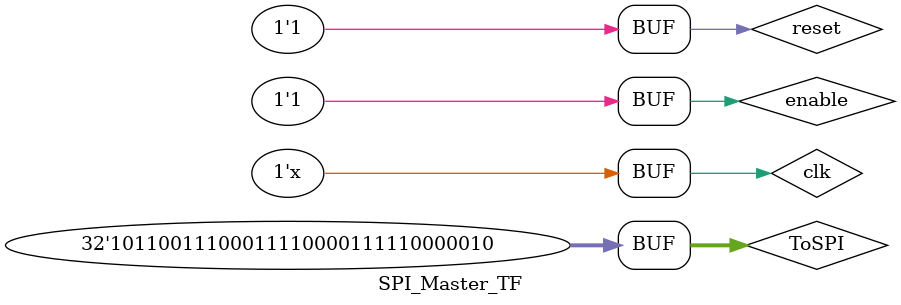
<source format=v>
`timescale 1ns / 1ps


module SPI_Master_TF;

	// Inputs
	reg clk;
	reg [31:0] ToSPI;
	reg enable;
	reg reset;

	// Outputs
	wire MOSI;
	wire SPI_CS;
	wire sClk;

	// Instantiate the Unit Under Test (UUT)
	SPI_Master uut (
		.clk(clk), 
		.sClk(sClk),
		.ToSPI(ToSPI), 
		.enable(enable), 
		.reset(reset), 
		.MOSI(MOSI), 
		.SPI_CS(SPI_CS)
	);

	initial begin
		// Initialize Inputs
		clk = 0;
		ToSPI = 0;
		enable = 0;
		reset = 1;
		#5
		reset = 0;
		#5;
		reset = 1;
		#5;
		enable =1;
		ToSPI = 32'b10110011100011110000111110000010;
		        
		// Add stimulus here

	end
always#2 clk = ~clk;      
endmodule


</source>
